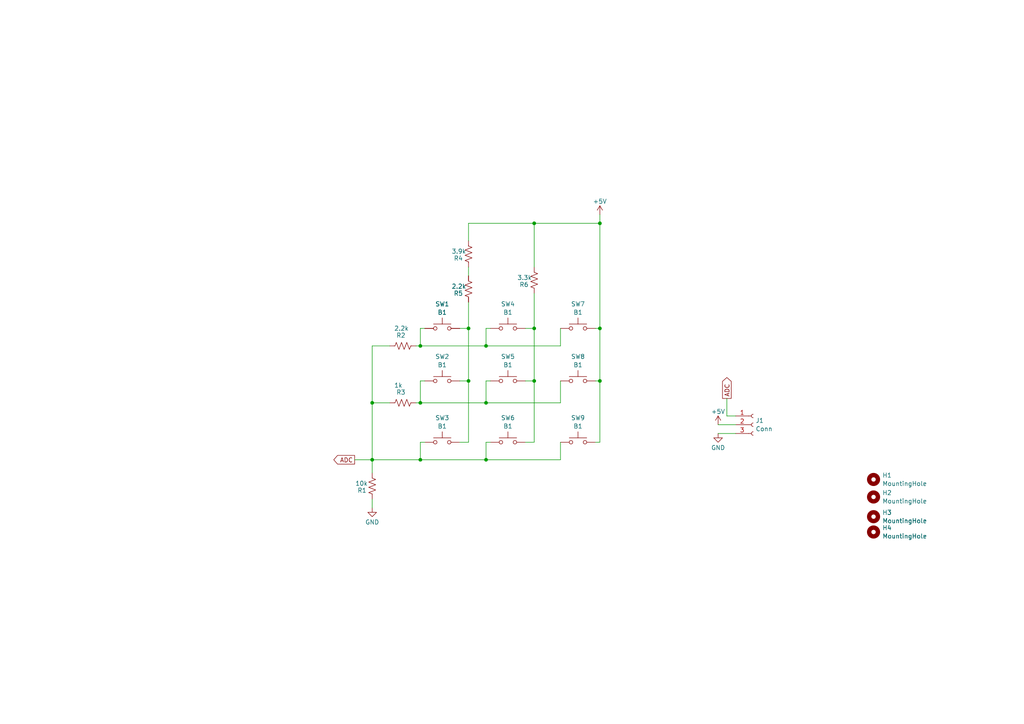
<source format=kicad_sch>
(kicad_sch (version 20230121) (generator eeschema)
  (paper "A4")
  (lib_symbols
    (symbol "Connector:Conn_01x03_Socket" (pin_names (offset 1.016) hide)
      (property "Reference" "J" (at 0 5.08 0))
      (property "Value" "Conn_01x03_Socket" (at 0 -5.08 0))
      (symbol "Conn_01x03_Socket_1_1"
        (arc (start 0 -2.032) (mid -0.5058 -2.54) (end 0 -3.048) (stroke (width 0.1524)))
        (polyline (pts (xy -1.27 -2.54) (xy -0.508 -2.54)) (stroke (width 0.1524)))
        (polyline (pts (xy -1.27 0) (xy -0.508 0)) (stroke (width 0.1524)))
        (polyline (pts (xy -1.27 2.54) (xy -0.508 2.54)) (stroke (width 0.1524)))
        (arc (start 0 0.508) (mid -0.5058 0) (end 0 -0.508) (stroke (width 0.1524)))
        (arc (start 0 3.048) (mid -0.5058 2.54) (end 0 2.032) (stroke (width 0.1524)))
        (pin passive line (at -5.08 2.54 0) (length 3.81) (name "Pin_1") (number "1"))
        (pin passive line (at -5.08 0 0) (length 3.81) (name "Pin_2") (number "2"))
        (pin passive line (at -5.08 -2.54 0) (length 3.81) (name "Pin_3") (number "3"))
      )
    )
    (symbol "Device:R_US" (pin_numbers hide) (pin_names (offset 0))
      (property "Reference" "R" (at 2.54 0 90))
      (property "Value" "R_US" (at -2.54 0 90))
      (symbol "R_US_0_1"
        (polyline (pts (xy 0 -2.286) (xy 0 -2.54)))
        (polyline (pts (xy 0 2.286) (xy 0 2.54)))
        (polyline (pts (xy 0 -0.762) (xy 1.016 -1.143) (xy 0 -1.524) (xy -1.016 -1.905) (xy 0 -2.286)))
        (polyline (pts (xy 0 0.762) (xy 1.016 0.381) (xy 0 0) (xy -1.016 -0.381) (xy 0 -0.762)))
        (polyline (pts (xy 0 2.286) (xy 1.016 1.905) (xy 0 1.524) (xy -1.016 1.143) (xy 0 0.762)))
      )
      (symbol "R_US_1_1"
        (pin passive line (at 0 3.81 270) (length 1.27) (name "~") (number "1"))
        (pin passive line (at 0 -3.81 90) (length 1.27) (name "~") (number "2"))
      )
    )
    (symbol "Mechanical:MountingHole" (pin_names (offset 1.016))
      (property "Reference" "H" (at 0 5.08 0))
      (property "Value" "MountingHole" (at 0 3.175 0))
      (symbol "MountingHole_0_1"
        (circle (center 0 0) (radius 1.27) (stroke (width 1.27)))
      )
    )
    (symbol "Switch:SW_Push" (pin_numbers hide) (pin_names (offset 1.016) hide)
      (property "Reference" "SW" (at 1.27 2.54 0))
      (property "Value" "SW_Push" (at 0 -1.524 0))
      (symbol "SW_Push_0_1"
        (circle (center -2.032 0) (radius 0.508))
        (polyline (pts (xy 0 1.27) (xy 0 3.048)))
        (polyline (pts (xy 2.54 1.27) (xy -2.54 1.27)))
        (circle (center 2.032 0) (radius 0.508))
        (pin passive line (at -5.08 0 0) (length 2.54) (name "1") (number "1"))
        (pin passive line (at 5.08 0 180) (length 2.54) (name "2") (number "2"))
      )
    )
    (symbol "power:+5V" (power) (pin_names (offset 0))
      (property "Value" "+5V" (at 0 3.556 0))
      (symbol "+5V_0_1"
        (polyline (pts (xy -0.762 1.27) (xy 0 2.54)))
        (polyline (pts (xy 0 0) (xy 0 2.54)))
        (polyline (pts (xy 0 2.54) (xy 0.762 1.27)))
      )
      (symbol "+5V_1_1"
        (pin power_in line (at 0 0 90) (length 0) hide (name "+5V") (number "1"))
      )
    )
    (symbol "power:GND" (power) (pin_names (offset 0))
      (property "Value" "GND" (at 0 -3.81 0))
      (symbol "GND_0_1"
        (polyline (pts (xy 0 0) (xy 0 -1.27) (xy 1.27 -1.27) (xy 0 -2.54) (xy -1.27 -1.27) (xy 0 -1.27)))
      )
      (symbol "GND_1_1"
        (pin power_in line (at 0 0 270) (length 0) hide (name "GND") (number "1"))
      )
    )
  )
  (junction (at 173.99 95.25))
  (junction (at 135.89 95.25))
  (junction (at 121.92 100.33))
  (junction (at 135.89 110.49))
  (junction (at 107.95 116.84))
  (junction (at 154.94 64.77))
  (junction (at 140.97 100.33))
  (junction (at 140.97 133.35))
  (junction (at 173.99 64.77))
  (junction (at 140.97 116.84))
  (junction (at 154.94 95.25))
  (junction (at 121.92 133.35))
  (junction (at 173.99 110.49))
  (junction (at 154.94 110.49))
  (junction (at 107.95 133.35))
  (junction (at 121.92 116.84))
  (wire (pts (xy 140.97 133.35) (xy 162.56 133.35)))
  (wire (pts (xy 107.95 133.35) (xy 107.95 137.16)))
  (wire (pts (xy 173.99 95.25) (xy 172.72 95.25)))
  (wire (pts (xy 121.92 133.35) (xy 140.97 133.35)))
  (wire (pts (xy 140.97 110.49) (xy 140.97 116.84)))
  (wire (pts (xy 152.4 95.25) (xy 154.94 95.25)))
  (wire (pts (xy 120.65 116.84) (xy 121.92 116.84)))
  (wire (pts (xy 140.97 95.25) (xy 140.97 100.33)))
  (wire (pts (xy 162.56 128.27) (xy 162.56 133.35)))
  (wire (pts (xy 140.97 116.84) (xy 162.56 116.84)))
  (wire (pts (xy 140.97 128.27) (xy 140.97 133.35)))
  (wire (pts (xy 135.89 69.85) (xy 135.89 64.77)))
  (wire (pts (xy 107.95 116.84) (xy 107.95 133.35)))
  (wire (pts (xy 210.82 120.65) (xy 213.36 120.65)))
  (wire (pts (xy 208.28 125.73) (xy 213.36 125.73)))
  (wire (pts (xy 121.92 110.49) (xy 121.92 116.84)))
  (wire (pts (xy 154.94 110.49) (xy 154.94 128.27)))
  (wire (pts (xy 154.94 64.77) (xy 173.99 64.77)))
  (wire (pts (xy 135.89 128.27) (xy 135.89 110.49)))
  (wire (pts (xy 107.95 100.33) (xy 107.95 116.84)))
  (wire (pts (xy 140.97 128.27) (xy 142.24 128.27)))
  (wire (pts (xy 135.89 64.77) (xy 154.94 64.77)))
  (wire (pts (xy 152.4 110.49) (xy 154.94 110.49)))
  (wire (pts (xy 121.92 128.27) (xy 123.19 128.27)))
  (wire (pts (xy 210.82 115.57) (xy 210.82 120.65)))
  (wire (pts (xy 154.94 95.25) (xy 154.94 85.09)))
  (wire (pts (xy 173.99 110.49) (xy 172.72 110.49)))
  (wire (pts (xy 154.94 95.25) (xy 154.94 110.49)))
  (wire (pts (xy 121.92 95.25) (xy 121.92 100.33)))
  (wire (pts (xy 121.92 128.27) (xy 121.92 133.35)))
  (wire (pts (xy 107.95 133.35) (xy 121.92 133.35)))
  (wire (pts (xy 135.89 110.49) (xy 135.89 95.25)))
  (wire (pts (xy 208.28 123.19) (xy 213.36 123.19)))
  (wire (pts (xy 133.35 128.27) (xy 135.89 128.27)))
  (wire (pts (xy 102.87 133.35) (xy 107.95 133.35)))
  (wire (pts (xy 107.95 144.78) (xy 107.95 147.32)))
  (wire (pts (xy 121.92 100.33) (xy 140.97 100.33)))
  (wire (pts (xy 162.56 95.25) (xy 162.56 100.33)))
  (wire (pts (xy 121.92 116.84) (xy 140.97 116.84)))
  (wire (pts (xy 154.94 77.47) (xy 154.94 64.77)))
  (wire (pts (xy 173.99 128.27) (xy 172.72 128.27)))
  (wire (pts (xy 152.4 128.27) (xy 154.94 128.27)))
  (wire (pts (xy 173.99 64.77) (xy 173.99 95.25)))
  (wire (pts (xy 113.03 100.33) (xy 107.95 100.33)))
  (wire (pts (xy 173.99 110.49) (xy 173.99 128.27)))
  (wire (pts (xy 133.35 110.49) (xy 135.89 110.49)))
  (wire (pts (xy 135.89 87.63) (xy 135.89 95.25)))
  (wire (pts (xy 162.56 110.49) (xy 162.56 116.84)))
  (wire (pts (xy 173.99 62.23) (xy 173.99 64.77)))
  (wire (pts (xy 140.97 95.25) (xy 142.24 95.25)))
  (wire (pts (xy 107.95 116.84) (xy 113.03 116.84)))
  (wire (pts (xy 135.89 77.47) (xy 135.89 80.01)))
  (wire (pts (xy 142.24 110.49) (xy 140.97 110.49)))
  (wire (pts (xy 121.92 95.25) (xy 123.19 95.25)))
  (wire (pts (xy 173.99 95.25) (xy 173.99 110.49)))
  (wire (pts (xy 123.19 110.49) (xy 121.92 110.49)))
  (wire (pts (xy 121.92 100.33) (xy 120.65 100.33)))
  (wire (pts (xy 140.97 100.33) (xy 162.56 100.33)))
  (wire (pts (xy 135.89 95.25) (xy 133.35 95.25)))
  (global_label "ADC" (shape output) (at 210.82 115.57 90) (property "Intersheetrefs" "${INTERSHEET_REFS}" (effects hide)))
  (global_label "ADC" (shape output) (at 102.87 133.35 180) (property "Intersheetrefs" "${INTERSHEET_REFS}" (effects hide)))
  (symbol (lib_id "Switch:SW_Push") (at 128.27 128.27 0) (unit 1)
    (property "Reference" "SW3" (at 128.27 121.2047 0))
    (property "Value" "B1" (at 128.27 123.6289 0))
    (property "Footprint" "Button_Switch_THT:SW_PUSH_6mm" (effects hide))
  )
  (symbol (lib_id "Switch:SW_Push") (at 167.64 128.27 0) (unit 1)
    (property "Reference" "SW9" (at 167.64 121.2047 0))
    (property "Value" "B1" (at 167.64 123.6289 0))
    (property "Footprint" "Button_Switch_THT:SW_PUSH_6mm" (effects hide))
  )
  (symbol (lib_id "Device:R_US") (at 116.84 100.33 270) (unit 1)
    (property "Reference" "R2" (at 114.935 97.2708 90) (effects (justify left)))
    (property "Value" "2.2k" (at 114.3 95.25 90) (effects (justify left)))
    (property "Footprint" "Resistor_SMD:R_0805_2012Metric" (effects hide))
  )
  (symbol (lib_id "Device:R_US") (at 154.94 81.28 0) (unit 1)
    (property "Reference" "R6" (at 150.6433 82.5477 0) (effects (justify left)))
    (property "Value" "3.3k" (at 150.0083 80.5269 0) (effects (justify left)))
    (property "Footprint" "Resistor_SMD:R_0805_2012Metric" (effects hide))
  )
  (symbol (lib_id "Mechanical:MountingHole") (at 253.365 139.065 0) (unit 1)
    (property "Reference" "H1" (at 255.905 137.8529 0) (effects (justify left)))
    (property "Value" "MountingHole" (at 255.905 140.2771 0) (effects (justify left)))
    (property "Footprint" "MountingHole:MountingHole_3.2mm_M3" (effects hide))
  )
  (symbol (lib_id "Mechanical:MountingHole") (at 253.365 149.86 0) (unit 1)
    (property "Reference" "H3" (at 255.905 148.6479 0) (effects (justify left)))
    (property "Value" "MountingHole" (at 255.905 151.0721 0) (effects (justify left)))
    (property "Footprint" "MountingHole:MountingHole_3.2mm_M3" (effects hide))
  )
  (symbol (lib_id "Mechanical:MountingHole") (at 253.365 154.305 0) (unit 1)
    (property "Reference" "H4" (at 255.905 153.0929 0) (effects (justify left)))
    (property "Value" "MountingHole" (at 255.905 155.5171 0) (effects (justify left)))
    (property "Footprint" "MountingHole:MountingHole_3.2mm_M3" (effects hide))
  )
  (symbol (lib_id "power:GND") (at 107.95 147.32 0) (unit 1)
    (property "Reference" "#PWR01" (effects hide))
    (property "Value" "GND" (at 107.95 151.4531 0))
  )
  (symbol (lib_id "Mechanical:MountingHole") (at 253.365 144.145 0) (unit 1)
    (property "Reference" "H2" (at 255.905 142.9329 0) (effects (justify left)))
    (property "Value" "MountingHole" (at 255.905 145.3571 0) (effects (justify left)))
    (property "Footprint" "MountingHole:MountingHole_3.2mm_M3" (effects hide))
  )
  (symbol (lib_id "Switch:SW_Push") (at 167.64 110.49 0) (unit 1)
    (property "Reference" "SW8" (at 167.64 103.4247 0))
    (property "Value" "B1" (at 167.64 105.8489 0))
    (property "Footprint" "Button_Switch_THT:SW_PUSH_6mm" (effects hide))
  )
  (symbol (lib_id "power:GND") (at 208.28 125.73 0) (unit 1)
    (property "Reference" "#PWR04" (effects hide))
    (property "Value" "GND" (at 208.28 129.8631 0))
  )
  (symbol (lib_id "Device:R_US") (at 135.89 73.66 0) (unit 1)
    (property "Reference" "R4" (at 131.5933 74.9277 0) (effects (justify left)))
    (property "Value" "3.9k" (at 130.9583 72.9069 0) (effects (justify left)))
    (property "Footprint" "Resistor_SMD:R_0805_2012Metric" (effects hide))
  )
  (symbol (lib_id "Switch:SW_Push") (at 147.32 128.27 0) (unit 1)
    (property "Reference" "SW6" (at 147.32 121.2047 0))
    (property "Value" "B1" (at 147.32 123.6289 0))
    (property "Footprint" "Button_Switch_THT:SW_PUSH_6mm" (effects hide))
  )
  (symbol (lib_id "Connector:Conn_01x03_Socket") (at 218.44 123.19 0) (unit 1)
    (property "Reference" "J1" (at 219.1512 121.9779 0) (effects (justify left)))
    (property "Value" "Conn" (at 219.1512 124.4021 0) (effects (justify left)))
    (property "Footprint" "Connector_JST:JST_EH_S3B-EH_1x03_P2.50mm_Horizontal" (effects hide))
  )
  (symbol (lib_id "Switch:SW_Push") (at 147.32 110.49 0) (unit 1)
    (property "Reference" "SW5" (at 147.32 103.4247 0))
    (property "Value" "B1" (at 147.32 105.8489 0))
    (property "Footprint" "Button_Switch_THT:SW_PUSH_6mm" (effects hide))
  )
  (symbol (lib_id "Switch:SW_Push") (at 167.64 95.25 0) (unit 1)
    (property "Reference" "SW7" (at 167.64 88.1847 0))
    (property "Value" "B1" (at 167.64 90.6089 0))
    (property "Footprint" "Button_Switch_THT:SW_PUSH_6mm" (effects hide))
  )
  (symbol (lib_id "Device:R_US") (at 107.95 140.97 0) (unit 1)
    (property "Reference" "R1" (at 103.6533 142.2377 0) (effects (justify left)))
    (property "Value" "10k" (at 103.0183 140.2169 0) (effects (justify left)))
    (property "Footprint" "Resistor_SMD:R_0805_2012Metric" (effects hide))
  )
  (symbol (lib_id "power:+5V") (at 208.28 123.19 0) (unit 1)
    (property "Reference" "#PWR03" (effects hide))
    (property "Value" "+5V" (at 208.28 119.38 0))
  )
  (symbol (lib_id "Device:R_US") (at 135.89 83.82 0) (unit 1)
    (property "Reference" "R5" (at 131.5933 85.0877 0) (effects (justify left)))
    (property "Value" "2.2k" (at 130.9583 83.0669 0) (effects (justify left)))
    (property "Footprint" "Resistor_SMD:R_0805_2012Metric" (effects hide))
  )
  (symbol (lib_id "Switch:SW_Push") (at 128.27 95.25 0) (unit 1)
    (property "Reference" "SW1" (at 128.27 88.1847 0))
    (property "Value" "B1" (at 128.27 90.6089 0))
    (property "Footprint" "Button_Switch_THT:SW_PUSH_6mm" (effects hide))
  )
  (symbol (lib_id "Switch:SW_Push") (at 147.32 95.25 0) (unit 1)
    (property "Reference" "SW4" (at 147.32 88.1847 0))
    (property "Value" "B1" (at 147.32 90.6089 0))
    (property "Footprint" "Button_Switch_THT:SW_PUSH_6mm" (effects hide))
  )
  (symbol (lib_id "Device:R_US") (at 116.84 116.84 270) (unit 1)
    (property "Reference" "R3" (at 114.935 113.7808 90) (effects (justify left)))
    (property "Value" "1k" (at 114.3 111.76 90) (effects (justify left)))
    (property "Footprint" "Resistor_SMD:R_0805_2012Metric" (effects hide))
  )
  (symbol (lib_id "power:+5V") (at 173.99 62.23 0) (unit 1)
    (property "Reference" "#PWR02" (effects hide))
    (property "Value" "+5V" (at 173.99 58.42 0))
  )
  (symbol (lib_id "Switch:SW_Push") (at 128.27 110.49 0) (unit 1)
    (property "Reference" "SW2" (at 128.27 103.4247 0))
    (property "Value" "B1" (at 128.27 105.8489 0))
    (property "Footprint" "Button_Switch_THT:SW_PUSH_6mm" (effects hide))
  )
)
</source>
